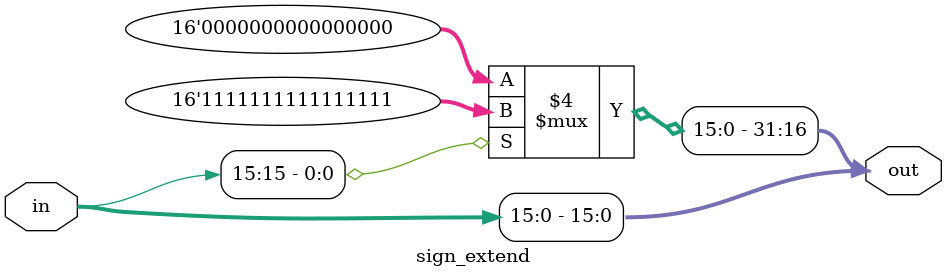
<source format=v>
module sign_extend(in,out);
	input [15:0] in;
	output reg [31:0] out;
	always@(in)
	begin
		out = in;
		if(in[15] == 1)begin
			out[31:16]= 16'b1111111111111111;
		end
		else begin
			out[31:16] = 16'b0000000000000000;
		end
	end
endmodule

</source>
